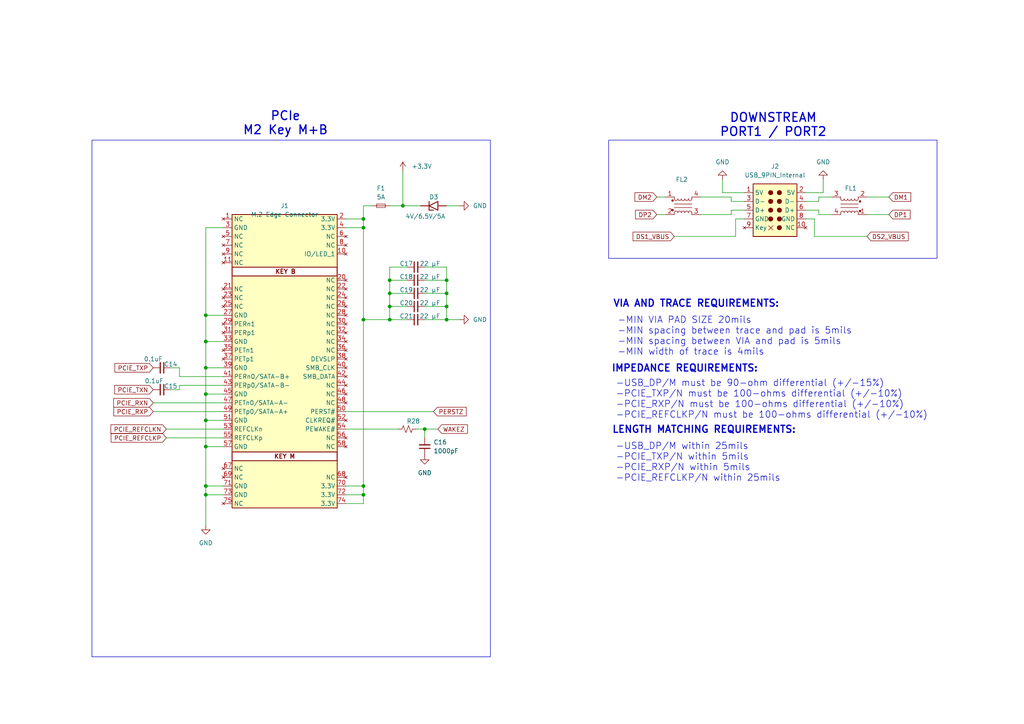
<source format=kicad_sch>
(kicad_sch (version 20250114) (generator "eeschema") (generator_version "9.0")
  (paper "A4")
  (title_block (title "PCI2USB") (date "2025-11-17") (rev "1.0.0") (company "3mdeb Sp. z o.o    Jakub Sobota") (comment 1 "https://www.ti.com/lit/ug/sllu146d/sllu146d.pdf") (comment 2 "https://wiki.congatec.com/wiki/M.2_Pinout_Descriptions_and_Reference_Designs_(AN43)") (comment 3 "Based on:") (comment 4 "Initial Connectors"))
  (lib_symbols
    (symbol "Connectors:M.2_Key_M_B"
      (property "Reference" "J" (at 5.334 2.286 0))
      (symbol "M.2_Key_M_B_0_1"
        (rectangle (start -7.62 0) (end 22.86 -85.09) (stroke (width 0.254)) (fill (type background)))
      )
      (symbol "M.2_Key_M_B_1_1"
        (rectangle (start -7.5899 -68.8499) (end 22.8599 -71.3899) (stroke (width 0.254)) (fill (type color) (color 255 255 255 1)))
        (rectangle (start -7.5815 -15.2698) (end 22.8599 -17.8098) (stroke (width 0.254)) (fill (type color) (color 255 255 255 1)))
        (text "KEY M" (at 7.62 -70.104 0) (effects (font (size 1.27 1.27) (thickness 0.254) (bold yes))))
        (text "KEY B" (at 7.874 -16.51 0) (effects (font (size 1.27 1.27) (thickness 0.254) (bold yes))))
        (pin no_connect line (at -10.16 -1.27 0) (length 2.54) (name "NC") (number "1"))
        (pin power_out line (at -10.16 -3.81 0) (length 2.54) (name "GND") (number "3"))
        (pin no_connect line (at -10.16 -6.35 0) (length 2.54) (name "NC") (number "5"))
        (pin no_connect line (at -10.16 -8.89 0) (length 2.54) (name "NC") (number "7"))
        (pin no_connect line (at -10.16 -11.43 0) (length 2.54) (name "NC") (number "9"))
        (pin no_connect line (at -10.16 -13.97 0) (length 2.54) (name "NC") (number "11"))
        (pin no_connect line (at -10.16 -21.59 0) (length 2.54) (name "NC") (number "21"))
        (pin no_connect line (at -10.16 -24.13 0) (length 2.54) (name "NC") (number "23"))
        (pin no_connect line (at -10.16 -26.67 0) (length 2.54) (name "NC") (number "25"))
        (pin power_out line (at -10.16 -29.21 0) (length 2.54) (name "GND") (number "27"))
        (pin no_connect line (at -10.16 -31.75 0) (length 2.54) (name "PERn1") (number "29"))
        (pin no_connect line (at -10.16 -34.29 0) (length 2.54) (name "PERp1") (number "31"))
        (pin power_out line (at -10.16 -36.83 0) (length 2.54) (name "GND") (number "33"))
        (pin no_connect line (at -10.16 -39.37 0) (length 2.54) (name "PETn1") (number "35"))
        (pin no_connect line (at -10.16 -41.91 0) (length 2.54) (name "PETp1") (number "37"))
        (pin power_out line (at -10.16 -44.45 0) (length 2.54) (name "GND") (number "39"))
        (pin bidirectional line (at -10.16 -46.99 0) (length 2.54) (name "PERn0/SATA-B+") (number "41"))
        (pin bidirectional line (at -10.16 -49.53 0) (length 2.54) (name "PERp0/SATA-B-") (number "43"))
        (pin power_out line (at -10.16 -52.07 0) (length 2.54) (name "GND") (number "45"))
        (pin bidirectional line (at -10.16 -54.61 0) (length 2.54) (name "PETn0/SATA-A-") (number "47"))
        (pin bidirectional line (at -10.16 -57.15 0) (length 2.54) (name "PETp0/SATA-A+") (number "49"))
        (pin power_out line (at -10.16 -59.69 0) (length 2.54) (name "GND") (number "51"))
        (pin bidirectional line (at -10.16 -62.23 0) (length 2.54) (name "REFCLKn") (number "53"))
        (pin bidirectional line (at -10.16 -64.77 0) (length 2.54) (name "REFCLKp") (number "55"))
        (pin power_out line (at -10.16 -67.31 0) (length 2.54) (name "GND") (number "57"))
        (pin no_connect line (at -10.16 -73.66 0) (length 2.54) (name "NC") (number "67"))
        (pin no_connect line (at -10.16 -76.2 0) (length 2.54) (name "NC") (number "69"))
        (pin power_out line (at -10.16 -78.74 0) (length 2.54) (name "GND") (number "71"))
        (pin power_out line (at -10.16 -81.28 0) (length 2.54) (name "GND") (number "73"))
        (pin no_connect line (at -10.16 -83.82 0) (length 2.54) (name "NC") (number "75"))
        (pin power_out line (at 25.4 -1.27 180) (length 2.54) (name "3.3V") (number "2"))
        (pin power_out line (at 25.4 -3.81 180) (length 2.54) (name "3.3V") (number "4"))
        (pin no_connect line (at 25.4 -6.35 180) (length 2.54) (name "NC") (number "6"))
        (pin no_connect line (at 25.4 -8.89 180) (length 2.54) (name "NC") (number "8"))
        (pin no_connect line (at 25.4 -11.43 180) (length 2.54) (name "IO/LED_1") (number "10"))
        (pin no_connect line (at 25.4 -19.05 180) (length 2.54) (name "NC") (number "20"))
        (pin no_connect line (at 25.4 -21.59 180) (length 2.54) (name "NC") (number "22"))
        (pin no_connect line (at 25.4 -24.13 180) (length 2.54) (name "NC") (number "24"))
        (pin no_connect line (at 25.4 -26.67 180) (length 2.54) (name "NC") (number "26"))
        (pin no_connect line (at 25.4 -29.21 180) (length 2.54) (name "NC") (number "28"))
        (pin no_connect line (at 25.4 -31.75 180) (length 2.54) (name "NC") (number "30"))
        (pin no_connect line (at 25.4 -34.29 180) (length 2.54) (name "NC") (number "32"))
        (pin no_connect line (at 25.4 -36.83 180) (length 2.54) (name "NC") (number "34"))
        (pin no_connect line (at 25.4 -39.37 180) (length 2.54) (name "NC") (number "36"))
        (pin no_connect line (at 25.4 -41.91 180) (length 2.54) (name "DEVSLP") (number "38"))
        (pin no_connect line (at 25.4 -44.45 180) (length 2.54) (name "SMB_CLK") (number "40"))
        (pin no_connect line (at 25.4 -46.99 180) (length 2.54) (name "SMB_DATA") (number "42"))
        (pin no_connect line (at 25.4 -49.53 180) (length 2.54) (name "NC") (number "44"))
        (pin no_connect line (at 25.4 -52.07 180) (length 2.54) (name "NC") (number "46"))
        (pin no_connect line (at 25.4 -54.61 180) (length 2.54) (name "NC") (number "48"))
        (pin bidirectional line (at 25.4 -57.15 180) (length 2.54) (name "PERST#") (number "50"))
        (pin no_connect line (at 25.4 -59.69 180) (length 2.54) (name "CLKREQ#") (number "52"))
        (pin bidirectional line (at 25.4 -62.23 180) (length 2.54) (name "PEWAKE#") (number "54"))
        (pin no_connect line (at 25.4 -64.77 180) (length 2.54) (name "NC") (number "56"))
        (pin no_connect line (at 25.4 -67.31 180) (length 2.54) (name "NC") (number "58"))
        (pin no_connect line (at 25.4 -76.2 180) (length 2.54) (name "NC") (number "68"))
        (pin power_out line (at 25.4 -78.74 180) (length 2.54) (name "3.3V") (number "70"))
        (pin power_out line (at 25.4 -81.28 180) (length 2.54) (name "3.3V") (number "72"))
        (pin power_out line (at 25.4 -83.82 180) (length 2.54) (name "3.3V") (number "74"))
      )
    )
    (symbol "Connectors:USB_9PIN_Internal" (in_bom no)
      (property "Reference" "J$" (at 3.81 -12.7 0))
      (property "Value" "USB_9PIN_Internal" (at 3.81 -10.16 0))
      (symbol "USB_9PIN_Internal_0_1"
        (polyline (pts (xy 1.9372 -4.4906) (xy 3.2072 -5.7606)))
        (polyline (pts (xy 1.9372 -5.7606) (xy 3.2072 -4.4906)))
      )
      (symbol "USB_9PIN_Internal_1_1"
        (rectangle (start -2.54 7.62) (end 10.16 -7.62) (stroke (width 0.254)) (fill (type background)))
        (circle (center 2.54 5.08) (radius 0.635) (fill (type outline)))
        (circle (center 2.54 2.54) (radius 0.635) (fill (type outline)))
        (circle (center 2.54 0) (radius 0.635) (fill (type outline)))
        (circle (center 2.54 -2.54) (radius 0.635) (fill (type outline)))
        (circle (center 5.08 5.08) (radius 0.635) (fill (type outline)))
        (circle (center 5.08 2.54) (radius 0.635) (fill (type outline)))
        (circle (center 5.08 0) (radius 0.635) (fill (type outline)))
        (circle (center 5.08 -2.54) (radius 0.635) (fill (type outline)))
        (circle (center 5.08 -5.08) (radius 0.635) (fill (type outline)))
        (pin power_in line (at -5.08 5.08 0) (length 2.54) (name "5V") (number "1"))
        (pin bidirectional line (at -5.08 2.54 0) (length 2.54) (name "D-") (number "3"))
        (pin bidirectional line (at -5.08 0 0) (length 2.54) (name "D+") (number "5"))
        (pin power_in line (at -5.08 -2.54 0) (length 2.54) (name "GND") (number "7"))
        (pin no_connect line (at -5.08 -5.08 0) (length 2.54) (name "Key") (number "9"))
        (pin passive line (at 12.7 5.08 180) (length 2.54) (name "5V") (number "2"))
        (pin bidirectional line (at 12.7 2.54 180) (length 2.54) (name "D-") (number "4"))
        (pin bidirectional line (at 12.7 0 180) (length 2.54) (name "D+") (number "6"))
        (pin power_in line (at 12.7 -2.54 180) (length 2.54) (name "GND") (number "8"))
        (pin no_connect line (at 12.7 -5.08 180) (length 2.54) (name "NC") (number "10"))
      )
    )
    (symbol "Device:C_Small" (pin_numbers (hide yes)) (pin_names (offset 0.254) (hide yes))
      (property "Reference" "C" (at 0.254 1.778 0))
      (property "Value" "C_Small" (at 0.254 -2.032 0))
      (symbol "C_Small_0_1"
        (polyline (pts (xy -1.524 0.508) (xy 1.524 0.508)) (stroke (width 0.3048)))
        (polyline (pts (xy -1.524 -0.508) (xy 1.524 -0.508)) (stroke (width 0.3302)))
      )
      (symbol "C_Small_1_1"
        (pin passive line (at 0 2.54 270) (length 2.032) (name "~") (number "1"))
        (pin passive line (at 0 -2.54 90) (length 2.032) (name "~") (number "2"))
      )
    )
    (symbol "Device:Fuse_Small" (pin_numbers (hide yes)) (pin_names (offset 0.254) (hide yes))
      (property "Reference" "F" (at 0 -1.524 0))
      (property "Value" "Fuse_Small" (at 0 1.524 0))
      (symbol "Fuse_Small_0_1"
        (rectangle (start -1.27 0.508) (end 1.27 -0.508))
        (polyline (pts (xy -1.27 0) (xy 1.27 0)))
      )
      (symbol "Fuse_Small_1_1"
        (pin passive line (at -2.54 0 0) (length 1.27) (name "~") (number "1"))
        (pin passive line (at 2.54 0 180) (length 1.27) (name "~") (number "2"))
      )
    )
    (symbol "Device:R_Small_US" (pin_numbers (hide yes)) (pin_names (offset 0.254) (hide yes))
      (property "Reference" "R" (at 0.762 0.508 0))
      (property "Value" "R_Small_US" (at 0.762 -1.016 0))
      (symbol "R_Small_US_1_1"
        (polyline (pts (xy 0 1.524) (xy 1.016 1.143) (xy 0 0.762) (xy -1.016 0.381) (xy 0 0)))
        (polyline (pts (xy 0 0) (xy 1.016 -0.381) (xy 0 -0.762) (xy -1.016 -1.143) (xy 0 -1.524)))
        (pin passive line (at 0 2.54 270) (length 1.016) (name "~") (number "1"))
        (pin passive line (at 0 -2.54 90) (length 1.016) (name "~") (number "2"))
      )
    )
    (symbol "MCZ1210AH900L2TA0G_1" (pin_names (hide yes))
      (property "Reference" "FL" (at 0 5.08 0))
      (property "Value" "Choke_CommonMode_PulseElectronics_PH9455x105NL" (at 0 -5.08 0))
      (symbol "MCZ1210AH900L2TA0G_1_1_1"
        (circle (center -3.048 1.524) (radius 0.254) (fill (type outline)))
        (circle (center -3.048 -1.27) (radius 0.254) (fill (type outline)))
        (polyline (pts (xy -2.54 2.032) (xy -2.54 2.54)))
        (polyline (pts (xy -2.54 0.508) (xy 2.54 0.508)))
        (polyline (pts (xy -2.54 -2.032) (xy -2.54 -2.54)))
        (arc (start -1.524 2.032) (mid -2.032 1.5262) (end -2.54 2.032))
        (arc (start -2.54 -2.032) (mid -2.032 -1.5262) (end -1.524 -2.032))
        (arc (start -0.508 2.032) (mid -1.016 1.5262) (end -1.524 2.032))
        (arc (start -1.524 -2.032) (mid -1.016 -1.5262) (end -0.508 -2.032))
        (arc (start 0.508 2.032) (mid 0 1.5262) (end -0.508 2.032))
        (arc (start -0.508 -2.032) (mid 0 -1.5262) (end 0.508 -2.032))
        (arc (start 1.524 2.032) (mid 1.016 1.5262) (end 0.508 2.032))
        (arc (start 0.508 -2.032) (mid 1.016 -1.5262) (end 1.524 -2.032))
        (arc (start 2.54 2.032) (mid 2.032 1.5262) (end 1.524 2.032))
        (arc (start 1.524 -2.032) (mid 2.032 -1.5262) (end 2.54 -2.032))
        (polyline (pts (xy 2.54 2.54) (xy 2.54 2.032)))
        (polyline (pts (xy 2.54 -0.508) (xy -2.54 -0.508)))
        (polyline (pts (xy 2.54 -2.032) (xy 2.54 -2.54)))
        (pin passive line (at -5.08 2.54 0) (length 2.54) (name "1") (number "1"))
        (pin passive line (at -5.08 -2.54 0) (length 2.54) (name "2") (number "2"))
        (pin passive line (at 5.08 2.54 180) (length 2.54) (name "4") (number "4"))
        (pin passive line (at 5.08 -2.54 180) (length 2.54) (name "3") (number "3"))
      )
    )
    (symbol "PJSD0XTS-AU:PJSD03TS-AU" (pin_names (hide yes))
      (property "Reference" "D" (at 10.16 8.89 0))
      (property "Value" "PJSD03TS-AU" (at 10.16 6.35 0))
      (symbol "PJSD03TS-AU_1_1"
        (polyline (pts (xy 2.54 0) (xy 5.08 0)) (stroke (width 0.254)))
        (polyline (pts (xy 5.08 1.27) (xy 5.08 -1.27)) (stroke (width 0.254)))
        (polyline (pts (xy 5.08 0) (xy 7.62 1.27)) (stroke (width 0.254)))
        (polyline (pts (xy 5.08 -1.27) (xy 6.35 -1.27)) (stroke (width 0.254)))
        (polyline (pts (xy 7.62 -1.27) (xy 5.08 0)) (stroke (width 0.254)))
        (polyline (pts (xy 7.62 -1.27) (xy 7.62 1.27)) (stroke (width 0.254)))
        (polyline (pts (xy 10.16 0) (xy 7.62 0)) (stroke (width 0.254)))
        (pin passive line (at 2.54 0 0) (length 2.54) (hide yes) (name "K") (number "1"))
        (pin passive line (at 10.16 0 180) (length 2.54) (hide yes) (name "A") (number "2"))
      )
    )
    (symbol "power:+3.3V" (power) (pin_numbers (hide yes)) (pin_names (offset 0) (hide yes))
      (property "Value" "+3.3V" (at 0 3.556 0))
      (symbol "+3.3V_0_1"
        (polyline (pts (xy -0.762 1.27) (xy 0 2.54)))
        (polyline (pts (xy 0 2.54) (xy 0.762 1.27)))
        (polyline (pts (xy 0 0) (xy 0 2.54)))
      )
      (symbol "+3.3V_1_1"
        (pin power_in line (at 0 0 90) (length 0) (name "~") (number "1"))
      )
    )
    (symbol "power:GND" (power) (pin_numbers (hide yes)) (pin_names (offset 0) (hide yes))
      (property "Value" "GND" (at 0 -3.81 0))
      (symbol "GND_0_1"
        (polyline (pts (xy 0 0) (xy 0 -1.27) (xy 1.27 -1.27) (xy 0 -2.54) (xy -1.27 -1.27) (xy 0 -1.27)))
      )
      (symbol "GND_1_1"
        (pin power_in line (at 0 0 270) (length 0) (name "~") (number "1"))
      )
    )
  )
  (rectangle (start 26.67 40.64) (end 142.24 190.5))
  (rectangle (start 176.53 40.64) (end 271.78 74.93))
  (text "VIA AND TRACE REQUIREMENTS:" (at 201.93 88.138 0) (effects (font (size 2.032 2.032) (thickness 0.3658) (bold yes))))
  (text "-MIN VIA PAD SIZE 20mils\n-MIN spacing between trace and pad is 5mils\n-MIN spacing between VIA and pad is 5mils\n-MIN width of trace is 4mils" (at 179.07 97.536 0) (effects (font (size 1.905 1.905)) (justify left)))
  (text "DOWNSTREAM\nPORT1 / PORT2" (at 224.282 36.322 0) (effects (font (size 2.54 2.54) (thickness 0.3658) (bold yes))))
  (text "IMPEDANCE REQUIREMENTS:" (at 198.628 106.934 0) (effects (font (size 2.032 2.032) (thickness 0.3658) (bold yes))))
  (text "-USB_DP/M must be 90-ohm differential (+/-15%)\n-PCIE_TXP/N must be 100-ohms differential (+/-10%)\n-PCIE_RXP/N must be 100-ohms differential (+/-10%)\n-PCIE_REFCLKP/N must be 100-ohms differential (+/-10%)" (at 178.562 115.824 0) (effects (font (size 1.905 1.905)) (justify left)))
  (text "-USB_DP/M within 25mils\n-PCIE_TXP/N within 5mils\n-PCIE_RXP/N within 5mils\n-PCIE_REFCLKP/N within 25mils" (at 178.562 134.112 0) (effects (font (size 1.905 1.905)) (justify left)))
  (text "PCIe\nM2 Key M+B" (at 82.804 35.814 0) (effects (font (size 2.54 2.54) (thickness 0.3658) (bold yes))))
  (text "LENGTH MATCHING REQUIREMENTS:" (at 204.216 124.714 0) (effects (font (size 2.032 2.032) (thickness 0.3658) (bold yes))))
  (junction (at 129.54 81.28))
  (junction (at 113.03 88.9))
  (junction (at 59.69 99.06))
  (junction (at 59.69 143.51))
  (junction (at 113.03 92.71))
  (junction (at 59.69 121.92))
  (junction (at 123.19 124.46))
  (junction (at 59.69 106.68))
  (junction (at 59.69 114.3))
  (junction (at 113.03 81.28))
  (junction (at 105.41 92.71))
  (junction (at 129.54 85.09))
  (junction (at 105.41 143.51))
  (junction (at 59.69 129.54))
  (junction (at 113.03 85.09))
  (junction (at 59.69 140.97))
  (junction (at 116.84 59.69))
  (junction (at 129.54 88.9))
  (junction (at 105.41 66.04))
  (junction (at 59.69 91.44))
  (junction (at 105.41 140.97))
  (junction (at 129.54 92.71))
  (junction (at 105.41 63.5))
  (wire (pts (xy 105.41 140.97) (xy 105.41 143.51)))
  (wire (pts (xy 123.19 85.09) (xy 129.54 85.09)))
  (wire (pts (xy 113.03 88.9) (xy 113.03 92.71)))
  (wire (pts (xy 233.68 60.96) (xy 237.49 60.96)))
  (wire (pts (xy 120.65 124.46) (xy 123.19 124.46)))
  (wire (pts (xy 64.77 66.04) (xy 59.69 66.04)))
  (wire (pts (xy 59.69 140.97) (xy 59.69 143.51)))
  (wire (pts (xy 113.03 85.09) (xy 118.11 85.09)))
  (wire (pts (xy 44.45 119.38) (xy 64.77 119.38)))
  (wire (pts (xy 59.69 99.06) (xy 64.77 99.06)))
  (wire (pts (xy 236.22 68.58) (xy 251.46 68.58)))
  (wire (pts (xy 100.33 146.05) (xy 105.41 146.05)))
  (wire (pts (xy 59.69 143.51) (xy 64.77 143.51)))
  (wire (pts (xy 52.07 106.68) (xy 49.53 106.68)))
  (wire (pts (xy 212.09 57.15) (xy 203.2 57.15)))
  (wire (pts (xy 59.69 66.04) (xy 59.69 91.44)))
  (wire (pts (xy 113.03 77.47) (xy 113.03 81.28)))
  (wire (pts (xy 105.41 92.71) (xy 105.41 140.97)))
  (wire (pts (xy 100.33 140.97) (xy 105.41 140.97)))
  (wire (pts (xy 64.77 129.54) (xy 59.69 129.54)))
  (wire (pts (xy 48.26 127) (xy 64.77 127)))
  (wire (pts (xy 105.41 143.51) (xy 105.41 146.05)))
  (wire (pts (xy 237.49 60.96) (xy 237.49 62.23)))
  (wire (pts (xy 237.49 57.15) (xy 241.3 57.15)))
  (wire (pts (xy 52.07 109.22) (xy 52.07 106.68)))
  (wire (pts (xy 59.69 106.68) (xy 64.77 106.68)))
  (wire (pts (xy 129.54 59.69) (xy 133.35 59.69)))
  (wire (pts (xy 59.69 99.06) (xy 59.69 106.68)))
  (wire (pts (xy 100.33 143.51) (xy 105.41 143.51)))
  (wire (pts (xy 213.36 68.58) (xy 195.58 68.58)))
  (wire (pts (xy 123.19 81.28) (xy 129.54 81.28)))
  (wire (pts (xy 129.54 81.28) (xy 129.54 85.09)))
  (wire (pts (xy 59.69 91.44) (xy 64.77 91.44)))
  (wire (pts (xy 59.69 121.92) (xy 59.69 129.54)))
  (wire (pts (xy 129.54 85.09) (xy 129.54 88.9)))
  (wire (pts (xy 237.49 62.23) (xy 241.3 62.23)))
  (wire (pts (xy 129.54 92.71) (xy 123.19 92.71)))
  (wire (pts (xy 237.49 58.42) (xy 237.49 57.15)))
  (wire (pts (xy 113.03 92.71) (xy 118.11 92.71)))
  (wire (pts (xy 236.22 68.58) (xy 236.22 63.5)))
  (wire (pts (xy 59.69 106.68) (xy 59.69 114.3)))
  (wire (pts (xy 116.84 49.53) (xy 116.84 59.69)))
  (wire (pts (xy 105.41 66.04) (xy 105.41 92.71)))
  (wire (pts (xy 59.69 129.54) (xy 59.69 140.97)))
  (wire (pts (xy 113.03 92.71) (xy 105.41 92.71)))
  (wire (pts (xy 213.36 63.5) (xy 213.36 68.58)))
  (wire (pts (xy 129.54 77.47) (xy 129.54 81.28)))
  (wire (pts (xy 190.5 62.23) (xy 193.04 62.23)))
  (wire (pts (xy 238.76 52.07) (xy 238.76 55.88)))
  (wire (pts (xy 100.33 124.46) (xy 115.57 124.46)))
  (wire (pts (xy 113.03 81.28) (xy 118.11 81.28)))
  (wire (pts (xy 52.07 111.76) (xy 64.77 111.76)))
  (wire (pts (xy 44.45 116.84) (xy 64.77 116.84)))
  (wire (pts (xy 113.03 59.69) (xy 116.84 59.69)))
  (wire (pts (xy 123.19 127) (xy 123.19 124.46)))
  (wire (pts (xy 59.69 91.44) (xy 59.69 99.06)))
  (wire (pts (xy 52.07 113.03) (xy 52.07 111.76)))
  (wire (pts (xy 215.9 60.96) (xy 212.09 60.96)))
  (wire (pts (xy 113.03 88.9) (xy 118.11 88.9)))
  (wire (pts (xy 209.55 55.88) (xy 215.9 55.88)))
  (wire (pts (xy 59.69 121.92) (xy 64.77 121.92)))
  (wire (pts (xy 48.26 124.46) (xy 64.77 124.46)))
  (wire (pts (xy 118.11 77.47) (xy 113.03 77.47)))
  (wire (pts (xy 59.69 114.3) (xy 64.77 114.3)))
  (wire (pts (xy 49.53 113.03) (xy 52.07 113.03)))
  (wire (pts (xy 123.19 88.9) (xy 129.54 88.9)))
  (wire (pts (xy 59.69 114.3) (xy 59.69 121.92)))
  (wire (pts (xy 100.33 66.04) (xy 105.41 66.04)))
  (wire (pts (xy 212.09 60.96) (xy 212.09 62.23)))
  (wire (pts (xy 100.33 63.5) (xy 105.41 63.5)))
  (wire (pts (xy 116.84 59.69) (xy 121.92 59.69)))
  (wire (pts (xy 129.54 92.71) (xy 133.35 92.71)))
  (wire (pts (xy 123.19 124.46) (xy 127 124.46)))
  (wire (pts (xy 251.46 57.15) (xy 257.81 57.15)))
  (wire (pts (xy 59.69 143.51) (xy 59.69 152.4)))
  (wire (pts (xy 59.69 140.97) (xy 64.77 140.97)))
  (wire (pts (xy 125.73 119.38) (xy 100.33 119.38)))
  (wire (pts (xy 236.22 63.5) (xy 233.68 63.5)))
  (wire (pts (xy 107.95 59.69) (xy 105.41 59.69)))
  (wire (pts (xy 105.41 63.5) (xy 105.41 66.04)))
  (wire (pts (xy 64.77 109.22) (xy 52.07 109.22)))
  (wire (pts (xy 212.09 62.23) (xy 203.2 62.23)))
  (wire (pts (xy 215.9 58.42) (xy 212.09 58.42)))
  (wire (pts (xy 123.19 77.47) (xy 129.54 77.47)))
  (wire (pts (xy 233.68 58.42) (xy 237.49 58.42)))
  (wire (pts (xy 251.46 62.23) (xy 257.81 62.23)))
  (wire (pts (xy 215.9 63.5) (xy 213.36 63.5)))
  (wire (pts (xy 105.41 59.69) (xy 105.41 63.5)))
  (wire (pts (xy 212.09 58.42) (xy 212.09 57.15)))
  (wire (pts (xy 129.54 88.9) (xy 129.54 92.71)))
  (wire (pts (xy 190.5 57.15) (xy 193.04 57.15)))
  (wire (pts (xy 238.76 55.88) (xy 233.68 55.88)))
  (wire (pts (xy 113.03 85.09) (xy 113.03 88.9)))
  (wire (pts (xy 113.03 81.28) (xy 113.03 85.09)))
  (wire (pts (xy 209.55 52.07) (xy 209.55 55.88)))
  (global_label "DS1_VBUS" (shape input) (at 195.58 68.58 180) (property "Intersheetrefs" "${INTERSHEET_REFS}" (at 183.0396 68.58 0) (effects (justify right))))
  (global_label "PCIE_RXP" (shape input) (at 44.45 119.38 180) (property "Intersheetrefs" "${INTERSHEET_REFS}" (at 32.4539 119.38 0) (effects (justify right))))
  (global_label "DM1" (shape input) (at 257.81 57.15 0) (property "Intersheetrefs" "${INTERSHEET_REFS}" (at 264.7261 57.15 0) (effects (justify left))))
  (global_label "DM2" (shape input) (at 190.5 57.15 180) (property "Intersheetrefs" "${INTERSHEET_REFS}" (at 183.5839 57.15 0) (effects (justify right))))
  (global_label "DS2_VBUS" (shape input) (at 251.46 68.58 0) (property "Intersheetrefs" "${INTERSHEET_REFS}" (at 264.0004 68.58 0) (effects (justify left))))
  (global_label "PCIE_RXN" (shape input) (at 44.45 116.84 180) (property "Intersheetrefs" "${INTERSHEET_REFS}" (at 32.3934 116.84 0) (effects (justify right))))
  (global_label "DP2" (shape input) (at 190.5 62.23 180) (property "Intersheetrefs" "${INTERSHEET_REFS}" (at 183.7653 62.23 0) (effects (justify right))))
  (global_label "PERSTZ" (shape input) (at 125.73 119.38 0) (property "Intersheetrefs" "${INTERSHEET_REFS}" (at 135.7908 119.38 0) (effects (justify left))))
  (global_label "PCIE_TXN" (shape input) (at 44.45 113.03 180) (property "Intersheetrefs" "${INTERSHEET_REFS}" (at 32.6958 113.03 0) (effects (justify right))))
  (global_label "PCIE_REFCLKN" (shape input) (at 48.26 124.46 180) (property "Intersheetrefs" "${INTERSHEET_REFS}" (at 31.6072 124.46 0) (effects (justify right))))
  (global_label "WAKEZ" (shape input) (at 127 124.46 0) (property "Intersheetrefs" "${INTERSHEET_REFS}" (at 136.1537 124.46 0) (effects (justify left))))
  (global_label "PCIE_REFCLKP" (shape input) (at 48.26 127 180) (property "Intersheetrefs" "${INTERSHEET_REFS}" (at 31.6677 127 0) (effects (justify right))))
  (global_label "DP1" (shape input) (at 257.81 62.23 0) (property "Intersheetrefs" "${INTERSHEET_REFS}" (at 264.5447 62.23 0) (effects (justify left))))
  (global_label "PCIE_TXP" (shape input) (at 44.45 106.68 180) (property "Intersheetrefs" "${INTERSHEET_REFS}" (at 32.7563 106.68 0) (effects (justify right))))
  (symbol (lib_id "Device:C_Small") (at 120.65 85.09 90) (unit 1)
    (property "Reference" "C19" (at 117.856 84.074 90))
    (property "Value" "22 µF" (at 124.714 84.074 90))
    (property "Footprint" "Capacitor_SMD:C_0402_1005Metric_Pad0.74x0.62mm_HandSolder" (effects (hide yes)))
    (property "Datasheet" "https://www.samsungsem.com/resources/file/global/support/product_catalog/MLCC.pdf" (effects (hide yes)))
    (property "Description" "X5R, 10%, 6.3V" (effects (hide yes)))
  )
  (symbol (lib_id "power:GND") (at 238.76 52.07 180) (unit 1)
    (property "Reference" "#PWR021" (effects (hide yes)))
    (property "Value" "GND" (at 238.76 46.99 0))
    (property "Description" "Power symbol creates a global label with name \"GND\" , ground" (effects (hide yes)))
  )
  (symbol (lib_id "power:+3.3V") (at 116.84 49.53 0) (unit 1)
    (property "Reference" "#PWR037" (effects (hide yes)))
    (property "Value" "+3.3V" (at 119.38 48.2599 0) (effects (justify left)))
    (property "Description" "Power symbol creates a global label with name \"+3.3V\"" (effects (hide yes)))
  )
  (symbol (lib_id "power:GND") (at 123.19 132.08 0) (unit 1)
    (property "Reference" "#PWR022" (effects (hide yes)))
    (property "Value" "GND" (at 123.19 137.16 0))
    (property "Description" "Power symbol creates a global label with name \"GND\" , ground" (effects (hide yes)))
  )
  (symbol (lib_name "MCZ1210AH900L2TA0G_1") (lib_id "MCZ1210AH900L2TA0G:MCZ1210AH900L2TA0G") (at 198.12 59.69 0) (unit 1)
    (property "Reference" "FL2" (at 197.739 52.07 0))
    (property "Value" "90 Ohm 160mA" (effects (hide yes)))
    (property "Footprint" "MCZ1210AH900L2TA0G:MCZ1210AH201L2TA0G" (effects (hide yes)))
    (property "Datasheet" "https://industrial.panasonic.com/cdbs/www-data/pdf/AWE0000/AWE0000C207.pdf" (effects (hide yes)))
    (property "Description" "25%, 5V" (effects (hide yes)))
  )
  (symbol (lib_id "Device:C_Small") (at 123.19 129.54 180) (unit 1)
    (property "Reference" "C16" (at 125.73 128.2635 0) (effects (justify right)))
    (property "Value" "1000pF" (at 125.73 130.8035 0) (effects (justify right)))
    (property "Footprint" "Capacitor_SMD:C_0402_1005Metric_Pad0.74x0.62mm_HandSolder" (effects (hide yes)))
    (property "Datasheet" "https://www.vishay.com/doc?28548" (effects (hide yes)))
    (property "Description" "X7R, 10%, 10V" (effects (hide yes)))
  )
  (symbol (lib_id "Device:C_Small") (at 120.65 92.71 90) (unit 1)
    (property "Reference" "C21" (at 117.856 91.694 90))
    (property "Value" "22 µF" (at 124.714 91.694 90))
    (property "Footprint" "Capacitor_SMD:C_0402_1005Metric_Pad0.74x0.62mm_HandSolder" (effects (hide yes)))
    (property "Datasheet" "https://www.samsungsem.com/resources/file/global/support/product_catalog/MLCC.pdf" (effects (hide yes)))
    (property "Description" "X5R, 10%, 6.3V" (effects (hide yes)))
  )
  (symbol (lib_id "Device:C_Small") (at 46.99 106.68 270) (unit 1)
    (property "Reference" "C14" (at 49.53 105.664 90))
    (property "Value" "0.1uF" (at 44.45 104.14 90))
    (property "Footprint" "Capacitor_SMD:C_0402_1005Metric" (effects (hide yes)))
    (property "Datasheet" "https://www.mouser.pl/datasheet/3/76/1/GRM155R70J104KA01-01A.pdf" (effects (hide yes)))
    (property "Description" "X7R, 10%, 6.3V" (effects (hide yes)))
  )
  (symbol (lib_id "PJSD0XTS-AU:PJSD03TS-AU") (at 119.38 59.69 0) (unit 1)
    (property "Reference" "D3" (at 124.4599 57.15 0) (effects (justify left)))
    (property "Value" "4V/6.5V/5A" (at 117.602 62.738 0) (effects (justify left)))
    (property "Footprint" "PJSD0XTS-AU:PJSD0XTS-AU" (effects (hide yes)))
    (property "Datasheet" "https://www.mouser.pl/datasheet/3/3736/1/3946363437334643344438333636453735383137424443343037353234384636.pdf" (effects (hide yes)))
    (property "Description" "300pF,  120W" (effects (hide yes)))
    (property "Height" "0.65" (effects (hide yes)))
    (property "Manufacturer_Name" "PANJIT" (effects (hide yes)))
    (property "Manufacturer_Part_Number" "PJSD03TS-AU" (effects (hide yes)))
  )
  (symbol (lib_id "power:GND") (at 209.55 52.07 180) (unit 1)
    (property "Reference" "#PWR019" (effects (hide yes)))
    (property "Value" "GND" (at 209.55 46.99 0))
    (property "Description" "Power symbol creates a global label with name \"GND\" , ground" (effects (hide yes)))
  )
  (symbol (lib_id "power:GND") (at 59.69 152.4 0) (unit 1)
    (property "Reference" "#PWR023" (effects (hide yes)))
    (property "Value" "GND" (at 59.69 157.48 0))
    (property "Description" "Power symbol creates a global label with name \"GND\" , ground" (effects (hide yes)))
  )
  (symbol (lib_id "Device:C_Small") (at 46.99 113.03 270) (unit 1)
    (property "Reference" "C15" (at 49.53 112.014 90))
    (property "Value" "0.1uF" (at 44.704 110.49 90))
    (property "Footprint" "Capacitor_SMD:C_0402_1005Metric" (effects (hide yes)))
    (property "Datasheet" "https://www.mouser.pl/datasheet/3/76/1/GRM155R70J104KA01-01A.pdf" (effects (hide yes)))
    (property "Description" "X7R, 10%, 6.3V" (effects (hide yes)))
  )
  (symbol (lib_id "Device:C_Small") (at 120.65 88.9 90) (unit 1)
    (property "Reference" "C20" (at 117.856 87.884 90))
    (property "Value" "22 µF" (at 124.714 87.884 90))
    (property "Footprint" "Capacitor_SMD:C_0402_1005Metric_Pad0.74x0.62mm_HandSolder" (effects (hide yes)))
    (property "Datasheet" "https://www.samsungsem.com/resources/file/global/support/product_catalog/MLCC.pdf" (effects (hide yes)))
    (property "Description" "X5R, 10%, 6.3V" (effects (hide yes)))
  )
  (symbol (lib_id "power:GND") (at 133.35 92.71 90) (unit 1)
    (property "Reference" "#PWR041" (effects (hide yes)))
    (property "Value" "GND" (at 137.16 92.7099 90) (effects (justify right)))
    (property "Description" "Power symbol creates a global label with name \"GND\" , ground" (effects (hide yes)))
  )
  (symbol (lib_id "Connectors:USB_9PIN_Internal") (at 220.98 60.96 0) (unit 1) (in_bom no)
    (property "Reference" "J2" (at 224.79 48.26 0))
    (property "Value" "USB_9PIN_Internal" (at 224.79 50.8 0))
    (property "Footprint" "Connectors:USB 9 Pin internal header" (effects (hide yes)))
    (property "Description" "2.54mm pitch" (effects (hide yes)))
  )
  (symbol (lib_name "MCZ1210AH900L2TA0G_1") (lib_id "MCZ1210AH900L2TA0G:MCZ1210AH900L2TA0G") (at 246.38 59.69 180) (unit 1)
    (property "Reference" "FL1" (at 246.761 54.61 0))
    (property "Value" "90 Ohm 160mA" (effects (hide yes)))
    (property "Footprint" "MCZ1210AH900L2TA0G:MCZ1210AH201L2TA0G" (effects (hide yes)))
    (property "Datasheet" "https://industrial.panasonic.com/cdbs/www-data/pdf/AWE0000/AWE0000C207.pdf" (effects (hide yes)))
    (property "Description" "25%, 5V" (effects (hide yes)))
  )
  (symbol (lib_id "Device:C_Small") (at 120.65 77.47 90) (unit 1)
    (property "Reference" "C17" (at 117.856 76.454 90))
    (property "Value" "22 µF" (at 124.714 76.454 90))
    (property "Footprint" "Capacitor_SMD:C_0402_1005Metric_Pad0.74x0.62mm_HandSolder" (effects (hide yes)))
    (property "Datasheet" "https://www.samsungsem.com/resources/file/global/support/product_catalog/MLCC.pdf" (effects (hide yes)))
    (property "Description" "X5R, 10%, 6.3V" (effects (hide yes)))
  )
  (symbol (lib_id "Device:Fuse_Small") (at 110.49 59.69 0) (unit 1)
    (property "Reference" "F1" (at 110.49 54.61 0))
    (property "Value" "5A" (at 110.49 57.15 0))
    (property "Footprint" "Fuse:Fuse_0603_1608Metric_Pad1.05x0.95mm_HandSolder" (effects (hide yes)))
    (property "Datasheet" "https://www.vishay.com/docs/28747/mfuserie.pdf" (effects (hide yes)))
    (property "Description" "Fast Act Fuse" (effects (hide yes)))
  )
  (symbol (lib_id "power:GND") (at 133.35 59.69 90) (unit 1)
    (property "Reference" "#PWR048" (effects (hide yes)))
    (property "Value" "GND" (at 137.16 59.6899 90) (effects (justify right)))
    (property "Description" "Power symbol creates a global label with name \"GND\" , ground" (effects (hide yes)))
  )
  (symbol (lib_id "Device:C_Small") (at 120.65 81.28 90) (unit 1)
    (property "Reference" "C18" (at 117.856 80.264 90))
    (property "Value" "22 µF" (at 124.714 80.264 90))
    (property "Footprint" "Capacitor_SMD:C_0402_1005Metric_Pad0.74x0.62mm_HandSolder" (effects (hide yes)))
    (property "Datasheet" "https://www.samsungsem.com/resources/file/global/support/product_catalog/MLCC.pdf" (effects (hide yes)))
    (property "Description" "X5R, 10%, 6.3V" (effects (hide yes)))
  )
  (symbol (lib_id "Device:R_Small_US") (at 118.11 124.46 270) (unit 1)
    (property "Reference" "R28" (at 119.888 122.174 90))
    (property "Value" "0 Ohm" (effects (hide yes)))
    (property "Footprint" "Resistor_SMD:R_0402_1005Metric_Pad0.72x0.64mm_HandSolder" (effects (hide yes)))
    (property "Datasheet" "https://industrial.panasonic.com/cdbs/www-data/pdf/RDA0000/AOA0000C301.pdf" (effects (hide yes)))
    (property "Description" "1%, 100mW" (effects (hide yes)))
  )
  (symbol (lib_id "Connectors:M.2_Key_M_B") (at 74.93 62.23 0) (unit 1)
    (property "Reference" "J1" (at 82.55 59.69 0))
    (property "Value" "M.2 Edge Connector" (at 82.55 62.23 0))
    (property "Footprint" "Connectors:M.2_KEY_M_B" (effects (hide yes)))
  )
  (sheet (at 6.35 -13.97) (size 17.78 6.35) (stroke (width 0.1524))
    (property "Sheetname" "USB Power" (at 6.35 -14.6816 0) (effects (justify left bottom)))
    (property "Sheetfile" "USB Power.kicad_sch" (at 6.35 -7.0354 0) (effects (justify left top)))
  )
  (sheet (at 73.66 -15.24) (size 16.51 7.62) (stroke (width 0.1524))
    (property "Sheetname" "TUSB7320 Power" (at 73.66 -15.9516 0) (effects (justify left bottom)))
    (property "Sheetfile" "TUSB7320 Power.kicad_sch" (at 73.66 -7.0354 0) (effects (justify left top)))
  )
  (sheet (at 40.64 -13.97) (size 12.7 6.35) (stroke (width 0.1524))
    (property "Sheetname" "TUSB7320" (at 40.64 -14.6816 0) (effects (justify left bottom)))
    (property "Sheetfile" "USBController.kicad_sch" (at 40.64 -7.0354 0) (effects (justify left top)))
  )
)
</source>
